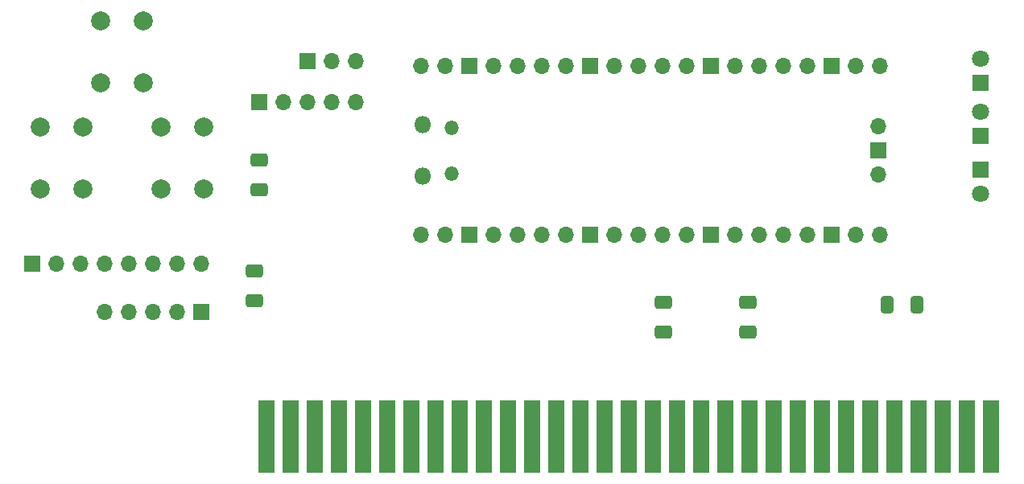
<source format=gbr>
%TF.GenerationSoftware,KiCad,Pcbnew,(6.0.5)*%
%TF.CreationDate,2022-10-23T12:56:42-05:00*%
%TF.ProjectId,ISA rev4,49534120-7265-4763-942e-6b696361645f,rev?*%
%TF.SameCoordinates,Original*%
%TF.FileFunction,Soldermask,Bot*%
%TF.FilePolarity,Negative*%
%FSLAX46Y46*%
G04 Gerber Fmt 4.6, Leading zero omitted, Abs format (unit mm)*
G04 Created by KiCad (PCBNEW (6.0.5)) date 2022-10-23 12:56:42*
%MOMM*%
%LPD*%
G01*
G04 APERTURE LIST*
G04 Aperture macros list*
%AMRoundRect*
0 Rectangle with rounded corners*
0 $1 Rounding radius*
0 $2 $3 $4 $5 $6 $7 $8 $9 X,Y pos of 4 corners*
0 Add a 4 corners polygon primitive as box body*
4,1,4,$2,$3,$4,$5,$6,$7,$8,$9,$2,$3,0*
0 Add four circle primitives for the rounded corners*
1,1,$1+$1,$2,$3*
1,1,$1+$1,$4,$5*
1,1,$1+$1,$6,$7*
1,1,$1+$1,$8,$9*
0 Add four rect primitives between the rounded corners*
20,1,$1+$1,$2,$3,$4,$5,0*
20,1,$1+$1,$4,$5,$6,$7,0*
20,1,$1+$1,$6,$7,$8,$9,0*
20,1,$1+$1,$8,$9,$2,$3,0*%
G04 Aperture macros list end*
%ADD10R,1.700000X1.700000*%
%ADD11O,1.700000X1.700000*%
%ADD12O,1.800000X1.800000*%
%ADD13O,1.500000X1.500000*%
%ADD14R,1.780000X7.620000*%
%ADD15C,2.000000*%
%ADD16R,1.800000X1.800000*%
%ADD17C,1.800000*%
%ADD18RoundRect,0.250000X0.412500X0.650000X-0.412500X0.650000X-0.412500X-0.650000X0.412500X-0.650000X0*%
%ADD19RoundRect,0.250000X0.650000X-0.412500X0.650000X0.412500X-0.650000X0.412500X-0.650000X-0.412500X0*%
G04 APERTURE END LIST*
D10*
%TO.C,J5*%
X113030000Y-108966000D03*
D11*
X115570000Y-108966000D03*
X118110000Y-108966000D03*
%TD*%
D10*
%TO.C,J4*%
X101854000Y-135382000D03*
D11*
X99314000Y-135382000D03*
X96774000Y-135382000D03*
X94234000Y-135382000D03*
X91694000Y-135382000D03*
%TD*%
D12*
%TO.C,U6*%
X125098000Y-121089000D03*
D13*
X128128000Y-115939000D03*
X128128000Y-120789000D03*
D12*
X125098000Y-115639000D03*
D11*
X124968000Y-127254000D03*
X127508000Y-127254000D03*
D10*
X130048000Y-127254000D03*
D11*
X132588000Y-127254000D03*
X135128000Y-127254000D03*
X137668000Y-127254000D03*
X140208000Y-127254000D03*
D10*
X142748000Y-127254000D03*
D11*
X145288000Y-127254000D03*
X147828000Y-127254000D03*
X150368000Y-127254000D03*
X152908000Y-127254000D03*
D10*
X155448000Y-127254000D03*
D11*
X157988000Y-127254000D03*
X160528000Y-127254000D03*
X163068000Y-127254000D03*
X165608000Y-127254000D03*
D10*
X168148000Y-127254000D03*
D11*
X170688000Y-127254000D03*
X173228000Y-127254000D03*
X173228000Y-109474000D03*
X170688000Y-109474000D03*
D10*
X168148000Y-109474000D03*
D11*
X165608000Y-109474000D03*
X163068000Y-109474000D03*
X160528000Y-109474000D03*
X157988000Y-109474000D03*
D10*
X155448000Y-109474000D03*
D11*
X152908000Y-109474000D03*
X150368000Y-109474000D03*
X147828000Y-109474000D03*
X145288000Y-109474000D03*
D10*
X142748000Y-109474000D03*
D11*
X140208000Y-109474000D03*
X137668000Y-109474000D03*
X135128000Y-109474000D03*
X132588000Y-109474000D03*
D10*
X130048000Y-109474000D03*
D11*
X127508000Y-109474000D03*
X124968000Y-109474000D03*
X172998000Y-120904000D03*
D10*
X172998000Y-118364000D03*
D11*
X172998000Y-115824000D03*
%TD*%
D14*
%TO.C,J1*%
X184917000Y-148463000D03*
X182377000Y-148463000D03*
X179837000Y-148463000D03*
X177297000Y-148463000D03*
X174757000Y-148463000D03*
X172217000Y-148463000D03*
X169677000Y-148463000D03*
X167137000Y-148463000D03*
X164597000Y-148463000D03*
X162057000Y-148463000D03*
X159517000Y-148463000D03*
X156977000Y-148463000D03*
X154437000Y-148463000D03*
X151897000Y-148463000D03*
X149357000Y-148463000D03*
X146817000Y-148463000D03*
X144277000Y-148463000D03*
X141737000Y-148463000D03*
X139197000Y-148463000D03*
X136657000Y-148463000D03*
X134117000Y-148463000D03*
X131577000Y-148463000D03*
X129037000Y-148463000D03*
X126497000Y-148463000D03*
X123957000Y-148463000D03*
X121417000Y-148463000D03*
X118877000Y-148463000D03*
X116337000Y-148463000D03*
X113797000Y-148463000D03*
X111257000Y-148463000D03*
X108717000Y-148463000D03*
%TD*%
D15*
%TO.C,SW2*%
X97572000Y-115876000D03*
X97572000Y-122376000D03*
X102072000Y-122376000D03*
X102072000Y-115876000D03*
%TD*%
%TO.C,SW3*%
X91222000Y-104700000D03*
X91222000Y-111200000D03*
X95722000Y-111200000D03*
X95722000Y-104700000D03*
%TD*%
D16*
%TO.C,D2*%
X183769000Y-116840000D03*
D17*
X183769000Y-114300000D03*
%TD*%
D10*
%TO.C,J3*%
X84074000Y-130302000D03*
D11*
X86614000Y-130302000D03*
X89154000Y-130302000D03*
X91694000Y-130302000D03*
X94234000Y-130302000D03*
X96774000Y-130302000D03*
X99314000Y-130302000D03*
X101854000Y-130302000D03*
%TD*%
D16*
%TO.C,D3*%
X183769000Y-111257000D03*
D17*
X183769000Y-108717000D03*
%TD*%
D10*
%TO.C,J2*%
X107950000Y-113284000D03*
D11*
X110490000Y-113284000D03*
X113030000Y-113284000D03*
X115570000Y-113284000D03*
X118110000Y-113284000D03*
%TD*%
D15*
%TO.C,SW1*%
X84872000Y-115876000D03*
X84872000Y-122376000D03*
X89372000Y-115876000D03*
X89372000Y-122376000D03*
%TD*%
D16*
%TO.C,D4*%
X183769000Y-120396000D03*
D17*
X183769000Y-122936000D03*
%TD*%
D18*
%TO.C,C3*%
X177076500Y-134620000D03*
X173951500Y-134620000D03*
%TD*%
D19*
%TO.C,C1*%
X159323000Y-137452500D03*
X159323000Y-134327500D03*
%TD*%
%TO.C,C5*%
X107442000Y-134150500D03*
X107442000Y-131025500D03*
%TD*%
%TO.C,C4*%
X107950000Y-122466500D03*
X107950000Y-119341500D03*
%TD*%
%TO.C,C2*%
X150433000Y-137491000D03*
X150433000Y-134366000D03*
%TD*%
M02*

</source>
